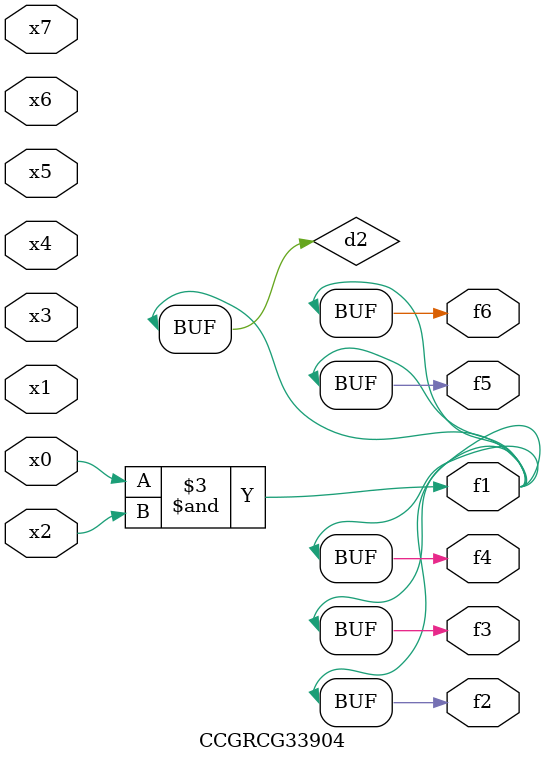
<source format=v>
module CCGRCG33904(
	input x0, x1, x2, x3, x4, x5, x6, x7,
	output f1, f2, f3, f4, f5, f6
);

	wire d1, d2;

	nor (d1, x3, x6);
	and (d2, x0, x2);
	assign f1 = d2;
	assign f2 = d2;
	assign f3 = d2;
	assign f4 = d2;
	assign f5 = d2;
	assign f6 = d2;
endmodule

</source>
